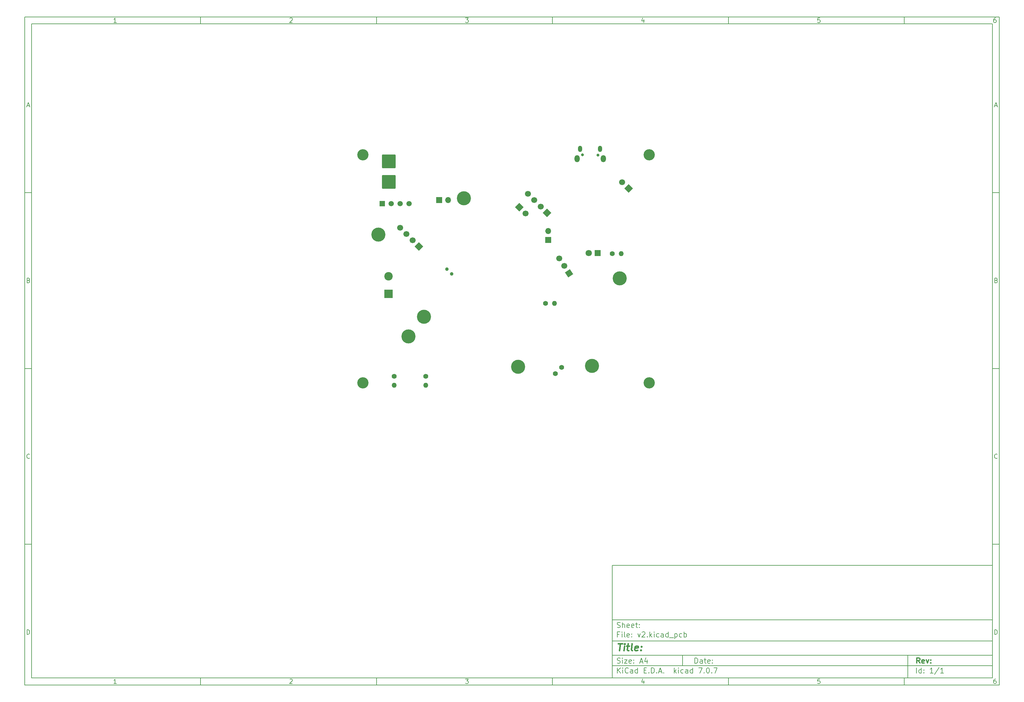
<source format=gbs>
%TF.GenerationSoftware,KiCad,Pcbnew,7.0.7*%
%TF.CreationDate,2024-09-06T13:37:17+03:00*%
%TF.ProjectId,v2,76322e6b-6963-4616-945f-706362585858,rev?*%
%TF.SameCoordinates,Original*%
%TF.FileFunction,Soldermask,Bot*%
%TF.FilePolarity,Negative*%
%FSLAX46Y46*%
G04 Gerber Fmt 4.6, Leading zero omitted, Abs format (unit mm)*
G04 Created by KiCad (PCBNEW 7.0.7) date 2024-09-06 13:37:17*
%MOMM*%
%LPD*%
G01*
G04 APERTURE LIST*
G04 Aperture macros list*
%AMRoundRect*
0 Rectangle with rounded corners*
0 $1 Rounding radius*
0 $2 $3 $4 $5 $6 $7 $8 $9 X,Y pos of 4 corners*
0 Add a 4 corners polygon primitive as box body*
4,1,4,$2,$3,$4,$5,$6,$7,$8,$9,$2,$3,0*
0 Add four circle primitives for the rounded corners*
1,1,$1+$1,$2,$3*
1,1,$1+$1,$4,$5*
1,1,$1+$1,$6,$7*
1,1,$1+$1,$8,$9*
0 Add four rect primitives between the rounded corners*
20,1,$1+$1,$2,$3,$4,$5,0*
20,1,$1+$1,$4,$5,$6,$7,0*
20,1,$1+$1,$6,$7,$8,$9,0*
20,1,$1+$1,$8,$9,$2,$3,0*%
%AMHorizOval*
0 Thick line with rounded ends*
0 $1 width*
0 $2 $3 position (X,Y) of the first rounded end (center of the circle)*
0 $4 $5 position (X,Y) of the second rounded end (center of the circle)*
0 Add line between two ends*
20,1,$1,$2,$3,$4,$5,0*
0 Add two circle primitives to create the rounded ends*
1,1,$1,$2,$3*
1,1,$1,$4,$5*%
%AMRotRect*
0 Rectangle, with rotation*
0 The origin of the aperture is its center*
0 $1 length*
0 $2 width*
0 $3 Rotation angle, in degrees counterclockwise*
0 Add horizontal line*
21,1,$1,$2,0,0,$3*%
G04 Aperture macros list end*
%ADD10C,0.100000*%
%ADD11C,0.150000*%
%ADD12C,0.300000*%
%ADD13C,0.400000*%
%ADD14RoundRect,0.250002X-1.699998X-1.699998X1.699998X-1.699998X1.699998X1.699998X-1.699998X1.699998X0*%
%ADD15RotRect,1.700000X1.700000X225.000000*%
%ADD16HorizOval,1.700000X0.000000X0.000000X0.000000X0.000000X0*%
%ADD17C,1.400000*%
%ADD18O,1.400000X1.400000*%
%ADD19R,1.700000X1.700000*%
%ADD20O,1.700000X1.700000*%
%ADD21C,4.000000*%
%ADD22RotRect,1.700000X1.700000X214.000000*%
%ADD23HorizOval,1.700000X0.000000X0.000000X0.000000X0.000000X0*%
%ADD24O,0.800000X0.800000*%
%ADD25O,1.450000X2.000000*%
%ADD26O,1.150000X1.800000*%
%ADD27R,1.800000X1.800000*%
%ADD28C,1.800000*%
%ADD29R,2.400000X2.400000*%
%ADD30C,2.400000*%
%ADD31C,3.200000*%
%ADD32HorizOval,1.400000X0.000000X0.000000X0.000000X0.000000X0*%
%ADD33C,1.000000*%
%ADD34RotRect,1.700000X1.700000X45.000000*%
%ADD35HorizOval,1.700000X0.000000X0.000000X0.000000X0.000000X0*%
%ADD36R,1.500000X1.500000*%
%ADD37C,1.500000*%
G04 APERTURE END LIST*
D10*
D11*
X177002200Y-166007200D02*
X285002200Y-166007200D01*
X285002200Y-198007200D01*
X177002200Y-198007200D01*
X177002200Y-166007200D01*
D10*
D11*
X10000000Y-10000000D02*
X287002200Y-10000000D01*
X287002200Y-200007200D01*
X10000000Y-200007200D01*
X10000000Y-10000000D01*
D10*
D11*
X12000000Y-12000000D02*
X285002200Y-12000000D01*
X285002200Y-198007200D01*
X12000000Y-198007200D01*
X12000000Y-12000000D01*
D10*
D11*
X60000000Y-12000000D02*
X60000000Y-10000000D01*
D10*
D11*
X110000000Y-12000000D02*
X110000000Y-10000000D01*
D10*
D11*
X160000000Y-12000000D02*
X160000000Y-10000000D01*
D10*
D11*
X210000000Y-12000000D02*
X210000000Y-10000000D01*
D10*
D11*
X260000000Y-12000000D02*
X260000000Y-10000000D01*
D10*
D11*
X36089160Y-11593604D02*
X35346303Y-11593604D01*
X35717731Y-11593604D02*
X35717731Y-10293604D01*
X35717731Y-10293604D02*
X35593922Y-10479319D01*
X35593922Y-10479319D02*
X35470112Y-10603128D01*
X35470112Y-10603128D02*
X35346303Y-10665033D01*
D10*
D11*
X85346303Y-10417414D02*
X85408207Y-10355509D01*
X85408207Y-10355509D02*
X85532017Y-10293604D01*
X85532017Y-10293604D02*
X85841541Y-10293604D01*
X85841541Y-10293604D02*
X85965350Y-10355509D01*
X85965350Y-10355509D02*
X86027255Y-10417414D01*
X86027255Y-10417414D02*
X86089160Y-10541223D01*
X86089160Y-10541223D02*
X86089160Y-10665033D01*
X86089160Y-10665033D02*
X86027255Y-10850747D01*
X86027255Y-10850747D02*
X85284398Y-11593604D01*
X85284398Y-11593604D02*
X86089160Y-11593604D01*
D10*
D11*
X135284398Y-10293604D02*
X136089160Y-10293604D01*
X136089160Y-10293604D02*
X135655826Y-10788842D01*
X135655826Y-10788842D02*
X135841541Y-10788842D01*
X135841541Y-10788842D02*
X135965350Y-10850747D01*
X135965350Y-10850747D02*
X136027255Y-10912652D01*
X136027255Y-10912652D02*
X136089160Y-11036461D01*
X136089160Y-11036461D02*
X136089160Y-11345985D01*
X136089160Y-11345985D02*
X136027255Y-11469795D01*
X136027255Y-11469795D02*
X135965350Y-11531700D01*
X135965350Y-11531700D02*
X135841541Y-11593604D01*
X135841541Y-11593604D02*
X135470112Y-11593604D01*
X135470112Y-11593604D02*
X135346303Y-11531700D01*
X135346303Y-11531700D02*
X135284398Y-11469795D01*
D10*
D11*
X185965350Y-10726938D02*
X185965350Y-11593604D01*
X185655826Y-10231700D02*
X185346303Y-11160271D01*
X185346303Y-11160271D02*
X186151064Y-11160271D01*
D10*
D11*
X236027255Y-10293604D02*
X235408207Y-10293604D01*
X235408207Y-10293604D02*
X235346303Y-10912652D01*
X235346303Y-10912652D02*
X235408207Y-10850747D01*
X235408207Y-10850747D02*
X235532017Y-10788842D01*
X235532017Y-10788842D02*
X235841541Y-10788842D01*
X235841541Y-10788842D02*
X235965350Y-10850747D01*
X235965350Y-10850747D02*
X236027255Y-10912652D01*
X236027255Y-10912652D02*
X236089160Y-11036461D01*
X236089160Y-11036461D02*
X236089160Y-11345985D01*
X236089160Y-11345985D02*
X236027255Y-11469795D01*
X236027255Y-11469795D02*
X235965350Y-11531700D01*
X235965350Y-11531700D02*
X235841541Y-11593604D01*
X235841541Y-11593604D02*
X235532017Y-11593604D01*
X235532017Y-11593604D02*
X235408207Y-11531700D01*
X235408207Y-11531700D02*
X235346303Y-11469795D01*
D10*
D11*
X285965350Y-10293604D02*
X285717731Y-10293604D01*
X285717731Y-10293604D02*
X285593922Y-10355509D01*
X285593922Y-10355509D02*
X285532017Y-10417414D01*
X285532017Y-10417414D02*
X285408207Y-10603128D01*
X285408207Y-10603128D02*
X285346303Y-10850747D01*
X285346303Y-10850747D02*
X285346303Y-11345985D01*
X285346303Y-11345985D02*
X285408207Y-11469795D01*
X285408207Y-11469795D02*
X285470112Y-11531700D01*
X285470112Y-11531700D02*
X285593922Y-11593604D01*
X285593922Y-11593604D02*
X285841541Y-11593604D01*
X285841541Y-11593604D02*
X285965350Y-11531700D01*
X285965350Y-11531700D02*
X286027255Y-11469795D01*
X286027255Y-11469795D02*
X286089160Y-11345985D01*
X286089160Y-11345985D02*
X286089160Y-11036461D01*
X286089160Y-11036461D02*
X286027255Y-10912652D01*
X286027255Y-10912652D02*
X285965350Y-10850747D01*
X285965350Y-10850747D02*
X285841541Y-10788842D01*
X285841541Y-10788842D02*
X285593922Y-10788842D01*
X285593922Y-10788842D02*
X285470112Y-10850747D01*
X285470112Y-10850747D02*
X285408207Y-10912652D01*
X285408207Y-10912652D02*
X285346303Y-11036461D01*
D10*
D11*
X60000000Y-198007200D02*
X60000000Y-200007200D01*
D10*
D11*
X110000000Y-198007200D02*
X110000000Y-200007200D01*
D10*
D11*
X160000000Y-198007200D02*
X160000000Y-200007200D01*
D10*
D11*
X210000000Y-198007200D02*
X210000000Y-200007200D01*
D10*
D11*
X260000000Y-198007200D02*
X260000000Y-200007200D01*
D10*
D11*
X36089160Y-199600804D02*
X35346303Y-199600804D01*
X35717731Y-199600804D02*
X35717731Y-198300804D01*
X35717731Y-198300804D02*
X35593922Y-198486519D01*
X35593922Y-198486519D02*
X35470112Y-198610328D01*
X35470112Y-198610328D02*
X35346303Y-198672233D01*
D10*
D11*
X85346303Y-198424614D02*
X85408207Y-198362709D01*
X85408207Y-198362709D02*
X85532017Y-198300804D01*
X85532017Y-198300804D02*
X85841541Y-198300804D01*
X85841541Y-198300804D02*
X85965350Y-198362709D01*
X85965350Y-198362709D02*
X86027255Y-198424614D01*
X86027255Y-198424614D02*
X86089160Y-198548423D01*
X86089160Y-198548423D02*
X86089160Y-198672233D01*
X86089160Y-198672233D02*
X86027255Y-198857947D01*
X86027255Y-198857947D02*
X85284398Y-199600804D01*
X85284398Y-199600804D02*
X86089160Y-199600804D01*
D10*
D11*
X135284398Y-198300804D02*
X136089160Y-198300804D01*
X136089160Y-198300804D02*
X135655826Y-198796042D01*
X135655826Y-198796042D02*
X135841541Y-198796042D01*
X135841541Y-198796042D02*
X135965350Y-198857947D01*
X135965350Y-198857947D02*
X136027255Y-198919852D01*
X136027255Y-198919852D02*
X136089160Y-199043661D01*
X136089160Y-199043661D02*
X136089160Y-199353185D01*
X136089160Y-199353185D02*
X136027255Y-199476995D01*
X136027255Y-199476995D02*
X135965350Y-199538900D01*
X135965350Y-199538900D02*
X135841541Y-199600804D01*
X135841541Y-199600804D02*
X135470112Y-199600804D01*
X135470112Y-199600804D02*
X135346303Y-199538900D01*
X135346303Y-199538900D02*
X135284398Y-199476995D01*
D10*
D11*
X185965350Y-198734138D02*
X185965350Y-199600804D01*
X185655826Y-198238900D02*
X185346303Y-199167471D01*
X185346303Y-199167471D02*
X186151064Y-199167471D01*
D10*
D11*
X236027255Y-198300804D02*
X235408207Y-198300804D01*
X235408207Y-198300804D02*
X235346303Y-198919852D01*
X235346303Y-198919852D02*
X235408207Y-198857947D01*
X235408207Y-198857947D02*
X235532017Y-198796042D01*
X235532017Y-198796042D02*
X235841541Y-198796042D01*
X235841541Y-198796042D02*
X235965350Y-198857947D01*
X235965350Y-198857947D02*
X236027255Y-198919852D01*
X236027255Y-198919852D02*
X236089160Y-199043661D01*
X236089160Y-199043661D02*
X236089160Y-199353185D01*
X236089160Y-199353185D02*
X236027255Y-199476995D01*
X236027255Y-199476995D02*
X235965350Y-199538900D01*
X235965350Y-199538900D02*
X235841541Y-199600804D01*
X235841541Y-199600804D02*
X235532017Y-199600804D01*
X235532017Y-199600804D02*
X235408207Y-199538900D01*
X235408207Y-199538900D02*
X235346303Y-199476995D01*
D10*
D11*
X285965350Y-198300804D02*
X285717731Y-198300804D01*
X285717731Y-198300804D02*
X285593922Y-198362709D01*
X285593922Y-198362709D02*
X285532017Y-198424614D01*
X285532017Y-198424614D02*
X285408207Y-198610328D01*
X285408207Y-198610328D02*
X285346303Y-198857947D01*
X285346303Y-198857947D02*
X285346303Y-199353185D01*
X285346303Y-199353185D02*
X285408207Y-199476995D01*
X285408207Y-199476995D02*
X285470112Y-199538900D01*
X285470112Y-199538900D02*
X285593922Y-199600804D01*
X285593922Y-199600804D02*
X285841541Y-199600804D01*
X285841541Y-199600804D02*
X285965350Y-199538900D01*
X285965350Y-199538900D02*
X286027255Y-199476995D01*
X286027255Y-199476995D02*
X286089160Y-199353185D01*
X286089160Y-199353185D02*
X286089160Y-199043661D01*
X286089160Y-199043661D02*
X286027255Y-198919852D01*
X286027255Y-198919852D02*
X285965350Y-198857947D01*
X285965350Y-198857947D02*
X285841541Y-198796042D01*
X285841541Y-198796042D02*
X285593922Y-198796042D01*
X285593922Y-198796042D02*
X285470112Y-198857947D01*
X285470112Y-198857947D02*
X285408207Y-198919852D01*
X285408207Y-198919852D02*
X285346303Y-199043661D01*
D10*
D11*
X10000000Y-60000000D02*
X12000000Y-60000000D01*
D10*
D11*
X10000000Y-110000000D02*
X12000000Y-110000000D01*
D10*
D11*
X10000000Y-160000000D02*
X12000000Y-160000000D01*
D10*
D11*
X10690476Y-35222176D02*
X11309523Y-35222176D01*
X10566666Y-35593604D02*
X10999999Y-34293604D01*
X10999999Y-34293604D02*
X11433333Y-35593604D01*
D10*
D11*
X11092857Y-84912652D02*
X11278571Y-84974557D01*
X11278571Y-84974557D02*
X11340476Y-85036461D01*
X11340476Y-85036461D02*
X11402380Y-85160271D01*
X11402380Y-85160271D02*
X11402380Y-85345985D01*
X11402380Y-85345985D02*
X11340476Y-85469795D01*
X11340476Y-85469795D02*
X11278571Y-85531700D01*
X11278571Y-85531700D02*
X11154761Y-85593604D01*
X11154761Y-85593604D02*
X10659523Y-85593604D01*
X10659523Y-85593604D02*
X10659523Y-84293604D01*
X10659523Y-84293604D02*
X11092857Y-84293604D01*
X11092857Y-84293604D02*
X11216666Y-84355509D01*
X11216666Y-84355509D02*
X11278571Y-84417414D01*
X11278571Y-84417414D02*
X11340476Y-84541223D01*
X11340476Y-84541223D02*
X11340476Y-84665033D01*
X11340476Y-84665033D02*
X11278571Y-84788842D01*
X11278571Y-84788842D02*
X11216666Y-84850747D01*
X11216666Y-84850747D02*
X11092857Y-84912652D01*
X11092857Y-84912652D02*
X10659523Y-84912652D01*
D10*
D11*
X11402380Y-135469795D02*
X11340476Y-135531700D01*
X11340476Y-135531700D02*
X11154761Y-135593604D01*
X11154761Y-135593604D02*
X11030952Y-135593604D01*
X11030952Y-135593604D02*
X10845238Y-135531700D01*
X10845238Y-135531700D02*
X10721428Y-135407890D01*
X10721428Y-135407890D02*
X10659523Y-135284080D01*
X10659523Y-135284080D02*
X10597619Y-135036461D01*
X10597619Y-135036461D02*
X10597619Y-134850747D01*
X10597619Y-134850747D02*
X10659523Y-134603128D01*
X10659523Y-134603128D02*
X10721428Y-134479319D01*
X10721428Y-134479319D02*
X10845238Y-134355509D01*
X10845238Y-134355509D02*
X11030952Y-134293604D01*
X11030952Y-134293604D02*
X11154761Y-134293604D01*
X11154761Y-134293604D02*
X11340476Y-134355509D01*
X11340476Y-134355509D02*
X11402380Y-134417414D01*
D10*
D11*
X10659523Y-185593604D02*
X10659523Y-184293604D01*
X10659523Y-184293604D02*
X10969047Y-184293604D01*
X10969047Y-184293604D02*
X11154761Y-184355509D01*
X11154761Y-184355509D02*
X11278571Y-184479319D01*
X11278571Y-184479319D02*
X11340476Y-184603128D01*
X11340476Y-184603128D02*
X11402380Y-184850747D01*
X11402380Y-184850747D02*
X11402380Y-185036461D01*
X11402380Y-185036461D02*
X11340476Y-185284080D01*
X11340476Y-185284080D02*
X11278571Y-185407890D01*
X11278571Y-185407890D02*
X11154761Y-185531700D01*
X11154761Y-185531700D02*
X10969047Y-185593604D01*
X10969047Y-185593604D02*
X10659523Y-185593604D01*
D10*
D11*
X287002200Y-60000000D02*
X285002200Y-60000000D01*
D10*
D11*
X287002200Y-110000000D02*
X285002200Y-110000000D01*
D10*
D11*
X287002200Y-160000000D02*
X285002200Y-160000000D01*
D10*
D11*
X285692676Y-35222176D02*
X286311723Y-35222176D01*
X285568866Y-35593604D02*
X286002199Y-34293604D01*
X286002199Y-34293604D02*
X286435533Y-35593604D01*
D10*
D11*
X286095057Y-84912652D02*
X286280771Y-84974557D01*
X286280771Y-84974557D02*
X286342676Y-85036461D01*
X286342676Y-85036461D02*
X286404580Y-85160271D01*
X286404580Y-85160271D02*
X286404580Y-85345985D01*
X286404580Y-85345985D02*
X286342676Y-85469795D01*
X286342676Y-85469795D02*
X286280771Y-85531700D01*
X286280771Y-85531700D02*
X286156961Y-85593604D01*
X286156961Y-85593604D02*
X285661723Y-85593604D01*
X285661723Y-85593604D02*
X285661723Y-84293604D01*
X285661723Y-84293604D02*
X286095057Y-84293604D01*
X286095057Y-84293604D02*
X286218866Y-84355509D01*
X286218866Y-84355509D02*
X286280771Y-84417414D01*
X286280771Y-84417414D02*
X286342676Y-84541223D01*
X286342676Y-84541223D02*
X286342676Y-84665033D01*
X286342676Y-84665033D02*
X286280771Y-84788842D01*
X286280771Y-84788842D02*
X286218866Y-84850747D01*
X286218866Y-84850747D02*
X286095057Y-84912652D01*
X286095057Y-84912652D02*
X285661723Y-84912652D01*
D10*
D11*
X286404580Y-135469795D02*
X286342676Y-135531700D01*
X286342676Y-135531700D02*
X286156961Y-135593604D01*
X286156961Y-135593604D02*
X286033152Y-135593604D01*
X286033152Y-135593604D02*
X285847438Y-135531700D01*
X285847438Y-135531700D02*
X285723628Y-135407890D01*
X285723628Y-135407890D02*
X285661723Y-135284080D01*
X285661723Y-135284080D02*
X285599819Y-135036461D01*
X285599819Y-135036461D02*
X285599819Y-134850747D01*
X285599819Y-134850747D02*
X285661723Y-134603128D01*
X285661723Y-134603128D02*
X285723628Y-134479319D01*
X285723628Y-134479319D02*
X285847438Y-134355509D01*
X285847438Y-134355509D02*
X286033152Y-134293604D01*
X286033152Y-134293604D02*
X286156961Y-134293604D01*
X286156961Y-134293604D02*
X286342676Y-134355509D01*
X286342676Y-134355509D02*
X286404580Y-134417414D01*
D10*
D11*
X285661723Y-185593604D02*
X285661723Y-184293604D01*
X285661723Y-184293604D02*
X285971247Y-184293604D01*
X285971247Y-184293604D02*
X286156961Y-184355509D01*
X286156961Y-184355509D02*
X286280771Y-184479319D01*
X286280771Y-184479319D02*
X286342676Y-184603128D01*
X286342676Y-184603128D02*
X286404580Y-184850747D01*
X286404580Y-184850747D02*
X286404580Y-185036461D01*
X286404580Y-185036461D02*
X286342676Y-185284080D01*
X286342676Y-185284080D02*
X286280771Y-185407890D01*
X286280771Y-185407890D02*
X286156961Y-185531700D01*
X286156961Y-185531700D02*
X285971247Y-185593604D01*
X285971247Y-185593604D02*
X285661723Y-185593604D01*
D10*
D11*
X200458026Y-193793328D02*
X200458026Y-192293328D01*
X200458026Y-192293328D02*
X200815169Y-192293328D01*
X200815169Y-192293328D02*
X201029455Y-192364757D01*
X201029455Y-192364757D02*
X201172312Y-192507614D01*
X201172312Y-192507614D02*
X201243741Y-192650471D01*
X201243741Y-192650471D02*
X201315169Y-192936185D01*
X201315169Y-192936185D02*
X201315169Y-193150471D01*
X201315169Y-193150471D02*
X201243741Y-193436185D01*
X201243741Y-193436185D02*
X201172312Y-193579042D01*
X201172312Y-193579042D02*
X201029455Y-193721900D01*
X201029455Y-193721900D02*
X200815169Y-193793328D01*
X200815169Y-193793328D02*
X200458026Y-193793328D01*
X202600884Y-193793328D02*
X202600884Y-193007614D01*
X202600884Y-193007614D02*
X202529455Y-192864757D01*
X202529455Y-192864757D02*
X202386598Y-192793328D01*
X202386598Y-192793328D02*
X202100884Y-192793328D01*
X202100884Y-192793328D02*
X201958026Y-192864757D01*
X202600884Y-193721900D02*
X202458026Y-193793328D01*
X202458026Y-193793328D02*
X202100884Y-193793328D01*
X202100884Y-193793328D02*
X201958026Y-193721900D01*
X201958026Y-193721900D02*
X201886598Y-193579042D01*
X201886598Y-193579042D02*
X201886598Y-193436185D01*
X201886598Y-193436185D02*
X201958026Y-193293328D01*
X201958026Y-193293328D02*
X202100884Y-193221900D01*
X202100884Y-193221900D02*
X202458026Y-193221900D01*
X202458026Y-193221900D02*
X202600884Y-193150471D01*
X203100884Y-192793328D02*
X203672312Y-192793328D01*
X203315169Y-192293328D02*
X203315169Y-193579042D01*
X203315169Y-193579042D02*
X203386598Y-193721900D01*
X203386598Y-193721900D02*
X203529455Y-193793328D01*
X203529455Y-193793328D02*
X203672312Y-193793328D01*
X204743741Y-193721900D02*
X204600884Y-193793328D01*
X204600884Y-193793328D02*
X204315170Y-193793328D01*
X204315170Y-193793328D02*
X204172312Y-193721900D01*
X204172312Y-193721900D02*
X204100884Y-193579042D01*
X204100884Y-193579042D02*
X204100884Y-193007614D01*
X204100884Y-193007614D02*
X204172312Y-192864757D01*
X204172312Y-192864757D02*
X204315170Y-192793328D01*
X204315170Y-192793328D02*
X204600884Y-192793328D01*
X204600884Y-192793328D02*
X204743741Y-192864757D01*
X204743741Y-192864757D02*
X204815170Y-193007614D01*
X204815170Y-193007614D02*
X204815170Y-193150471D01*
X204815170Y-193150471D02*
X204100884Y-193293328D01*
X205458026Y-193650471D02*
X205529455Y-193721900D01*
X205529455Y-193721900D02*
X205458026Y-193793328D01*
X205458026Y-193793328D02*
X205386598Y-193721900D01*
X205386598Y-193721900D02*
X205458026Y-193650471D01*
X205458026Y-193650471D02*
X205458026Y-193793328D01*
X205458026Y-192864757D02*
X205529455Y-192936185D01*
X205529455Y-192936185D02*
X205458026Y-193007614D01*
X205458026Y-193007614D02*
X205386598Y-192936185D01*
X205386598Y-192936185D02*
X205458026Y-192864757D01*
X205458026Y-192864757D02*
X205458026Y-193007614D01*
D10*
D11*
X177002200Y-194507200D02*
X285002200Y-194507200D01*
D10*
D11*
X178458026Y-196593328D02*
X178458026Y-195093328D01*
X179315169Y-196593328D02*
X178672312Y-195736185D01*
X179315169Y-195093328D02*
X178458026Y-195950471D01*
X179958026Y-196593328D02*
X179958026Y-195593328D01*
X179958026Y-195093328D02*
X179886598Y-195164757D01*
X179886598Y-195164757D02*
X179958026Y-195236185D01*
X179958026Y-195236185D02*
X180029455Y-195164757D01*
X180029455Y-195164757D02*
X179958026Y-195093328D01*
X179958026Y-195093328D02*
X179958026Y-195236185D01*
X181529455Y-196450471D02*
X181458027Y-196521900D01*
X181458027Y-196521900D02*
X181243741Y-196593328D01*
X181243741Y-196593328D02*
X181100884Y-196593328D01*
X181100884Y-196593328D02*
X180886598Y-196521900D01*
X180886598Y-196521900D02*
X180743741Y-196379042D01*
X180743741Y-196379042D02*
X180672312Y-196236185D01*
X180672312Y-196236185D02*
X180600884Y-195950471D01*
X180600884Y-195950471D02*
X180600884Y-195736185D01*
X180600884Y-195736185D02*
X180672312Y-195450471D01*
X180672312Y-195450471D02*
X180743741Y-195307614D01*
X180743741Y-195307614D02*
X180886598Y-195164757D01*
X180886598Y-195164757D02*
X181100884Y-195093328D01*
X181100884Y-195093328D02*
X181243741Y-195093328D01*
X181243741Y-195093328D02*
X181458027Y-195164757D01*
X181458027Y-195164757D02*
X181529455Y-195236185D01*
X182815170Y-196593328D02*
X182815170Y-195807614D01*
X182815170Y-195807614D02*
X182743741Y-195664757D01*
X182743741Y-195664757D02*
X182600884Y-195593328D01*
X182600884Y-195593328D02*
X182315170Y-195593328D01*
X182315170Y-195593328D02*
X182172312Y-195664757D01*
X182815170Y-196521900D02*
X182672312Y-196593328D01*
X182672312Y-196593328D02*
X182315170Y-196593328D01*
X182315170Y-196593328D02*
X182172312Y-196521900D01*
X182172312Y-196521900D02*
X182100884Y-196379042D01*
X182100884Y-196379042D02*
X182100884Y-196236185D01*
X182100884Y-196236185D02*
X182172312Y-196093328D01*
X182172312Y-196093328D02*
X182315170Y-196021900D01*
X182315170Y-196021900D02*
X182672312Y-196021900D01*
X182672312Y-196021900D02*
X182815170Y-195950471D01*
X184172313Y-196593328D02*
X184172313Y-195093328D01*
X184172313Y-196521900D02*
X184029455Y-196593328D01*
X184029455Y-196593328D02*
X183743741Y-196593328D01*
X183743741Y-196593328D02*
X183600884Y-196521900D01*
X183600884Y-196521900D02*
X183529455Y-196450471D01*
X183529455Y-196450471D02*
X183458027Y-196307614D01*
X183458027Y-196307614D02*
X183458027Y-195879042D01*
X183458027Y-195879042D02*
X183529455Y-195736185D01*
X183529455Y-195736185D02*
X183600884Y-195664757D01*
X183600884Y-195664757D02*
X183743741Y-195593328D01*
X183743741Y-195593328D02*
X184029455Y-195593328D01*
X184029455Y-195593328D02*
X184172313Y-195664757D01*
X186029455Y-195807614D02*
X186529455Y-195807614D01*
X186743741Y-196593328D02*
X186029455Y-196593328D01*
X186029455Y-196593328D02*
X186029455Y-195093328D01*
X186029455Y-195093328D02*
X186743741Y-195093328D01*
X187386598Y-196450471D02*
X187458027Y-196521900D01*
X187458027Y-196521900D02*
X187386598Y-196593328D01*
X187386598Y-196593328D02*
X187315170Y-196521900D01*
X187315170Y-196521900D02*
X187386598Y-196450471D01*
X187386598Y-196450471D02*
X187386598Y-196593328D01*
X188100884Y-196593328D02*
X188100884Y-195093328D01*
X188100884Y-195093328D02*
X188458027Y-195093328D01*
X188458027Y-195093328D02*
X188672313Y-195164757D01*
X188672313Y-195164757D02*
X188815170Y-195307614D01*
X188815170Y-195307614D02*
X188886599Y-195450471D01*
X188886599Y-195450471D02*
X188958027Y-195736185D01*
X188958027Y-195736185D02*
X188958027Y-195950471D01*
X188958027Y-195950471D02*
X188886599Y-196236185D01*
X188886599Y-196236185D02*
X188815170Y-196379042D01*
X188815170Y-196379042D02*
X188672313Y-196521900D01*
X188672313Y-196521900D02*
X188458027Y-196593328D01*
X188458027Y-196593328D02*
X188100884Y-196593328D01*
X189600884Y-196450471D02*
X189672313Y-196521900D01*
X189672313Y-196521900D02*
X189600884Y-196593328D01*
X189600884Y-196593328D02*
X189529456Y-196521900D01*
X189529456Y-196521900D02*
X189600884Y-196450471D01*
X189600884Y-196450471D02*
X189600884Y-196593328D01*
X190243742Y-196164757D02*
X190958028Y-196164757D01*
X190100885Y-196593328D02*
X190600885Y-195093328D01*
X190600885Y-195093328D02*
X191100885Y-196593328D01*
X191600884Y-196450471D02*
X191672313Y-196521900D01*
X191672313Y-196521900D02*
X191600884Y-196593328D01*
X191600884Y-196593328D02*
X191529456Y-196521900D01*
X191529456Y-196521900D02*
X191600884Y-196450471D01*
X191600884Y-196450471D02*
X191600884Y-196593328D01*
X194600884Y-196593328D02*
X194600884Y-195093328D01*
X194743742Y-196021900D02*
X195172313Y-196593328D01*
X195172313Y-195593328D02*
X194600884Y-196164757D01*
X195815170Y-196593328D02*
X195815170Y-195593328D01*
X195815170Y-195093328D02*
X195743742Y-195164757D01*
X195743742Y-195164757D02*
X195815170Y-195236185D01*
X195815170Y-195236185D02*
X195886599Y-195164757D01*
X195886599Y-195164757D02*
X195815170Y-195093328D01*
X195815170Y-195093328D02*
X195815170Y-195236185D01*
X197172314Y-196521900D02*
X197029456Y-196593328D01*
X197029456Y-196593328D02*
X196743742Y-196593328D01*
X196743742Y-196593328D02*
X196600885Y-196521900D01*
X196600885Y-196521900D02*
X196529456Y-196450471D01*
X196529456Y-196450471D02*
X196458028Y-196307614D01*
X196458028Y-196307614D02*
X196458028Y-195879042D01*
X196458028Y-195879042D02*
X196529456Y-195736185D01*
X196529456Y-195736185D02*
X196600885Y-195664757D01*
X196600885Y-195664757D02*
X196743742Y-195593328D01*
X196743742Y-195593328D02*
X197029456Y-195593328D01*
X197029456Y-195593328D02*
X197172314Y-195664757D01*
X198458028Y-196593328D02*
X198458028Y-195807614D01*
X198458028Y-195807614D02*
X198386599Y-195664757D01*
X198386599Y-195664757D02*
X198243742Y-195593328D01*
X198243742Y-195593328D02*
X197958028Y-195593328D01*
X197958028Y-195593328D02*
X197815170Y-195664757D01*
X198458028Y-196521900D02*
X198315170Y-196593328D01*
X198315170Y-196593328D02*
X197958028Y-196593328D01*
X197958028Y-196593328D02*
X197815170Y-196521900D01*
X197815170Y-196521900D02*
X197743742Y-196379042D01*
X197743742Y-196379042D02*
X197743742Y-196236185D01*
X197743742Y-196236185D02*
X197815170Y-196093328D01*
X197815170Y-196093328D02*
X197958028Y-196021900D01*
X197958028Y-196021900D02*
X198315170Y-196021900D01*
X198315170Y-196021900D02*
X198458028Y-195950471D01*
X199815171Y-196593328D02*
X199815171Y-195093328D01*
X199815171Y-196521900D02*
X199672313Y-196593328D01*
X199672313Y-196593328D02*
X199386599Y-196593328D01*
X199386599Y-196593328D02*
X199243742Y-196521900D01*
X199243742Y-196521900D02*
X199172313Y-196450471D01*
X199172313Y-196450471D02*
X199100885Y-196307614D01*
X199100885Y-196307614D02*
X199100885Y-195879042D01*
X199100885Y-195879042D02*
X199172313Y-195736185D01*
X199172313Y-195736185D02*
X199243742Y-195664757D01*
X199243742Y-195664757D02*
X199386599Y-195593328D01*
X199386599Y-195593328D02*
X199672313Y-195593328D01*
X199672313Y-195593328D02*
X199815171Y-195664757D01*
X201529456Y-195093328D02*
X202529456Y-195093328D01*
X202529456Y-195093328D02*
X201886599Y-196593328D01*
X203100884Y-196450471D02*
X203172313Y-196521900D01*
X203172313Y-196521900D02*
X203100884Y-196593328D01*
X203100884Y-196593328D02*
X203029456Y-196521900D01*
X203029456Y-196521900D02*
X203100884Y-196450471D01*
X203100884Y-196450471D02*
X203100884Y-196593328D01*
X204100885Y-195093328D02*
X204243742Y-195093328D01*
X204243742Y-195093328D02*
X204386599Y-195164757D01*
X204386599Y-195164757D02*
X204458028Y-195236185D01*
X204458028Y-195236185D02*
X204529456Y-195379042D01*
X204529456Y-195379042D02*
X204600885Y-195664757D01*
X204600885Y-195664757D02*
X204600885Y-196021900D01*
X204600885Y-196021900D02*
X204529456Y-196307614D01*
X204529456Y-196307614D02*
X204458028Y-196450471D01*
X204458028Y-196450471D02*
X204386599Y-196521900D01*
X204386599Y-196521900D02*
X204243742Y-196593328D01*
X204243742Y-196593328D02*
X204100885Y-196593328D01*
X204100885Y-196593328D02*
X203958028Y-196521900D01*
X203958028Y-196521900D02*
X203886599Y-196450471D01*
X203886599Y-196450471D02*
X203815170Y-196307614D01*
X203815170Y-196307614D02*
X203743742Y-196021900D01*
X203743742Y-196021900D02*
X203743742Y-195664757D01*
X203743742Y-195664757D02*
X203815170Y-195379042D01*
X203815170Y-195379042D02*
X203886599Y-195236185D01*
X203886599Y-195236185D02*
X203958028Y-195164757D01*
X203958028Y-195164757D02*
X204100885Y-195093328D01*
X205243741Y-196450471D02*
X205315170Y-196521900D01*
X205315170Y-196521900D02*
X205243741Y-196593328D01*
X205243741Y-196593328D02*
X205172313Y-196521900D01*
X205172313Y-196521900D02*
X205243741Y-196450471D01*
X205243741Y-196450471D02*
X205243741Y-196593328D01*
X205815170Y-195093328D02*
X206815170Y-195093328D01*
X206815170Y-195093328D02*
X206172313Y-196593328D01*
D10*
D11*
X177002200Y-191507200D02*
X285002200Y-191507200D01*
D10*
D12*
X264413853Y-193785528D02*
X263913853Y-193071242D01*
X263556710Y-193785528D02*
X263556710Y-192285528D01*
X263556710Y-192285528D02*
X264128139Y-192285528D01*
X264128139Y-192285528D02*
X264270996Y-192356957D01*
X264270996Y-192356957D02*
X264342425Y-192428385D01*
X264342425Y-192428385D02*
X264413853Y-192571242D01*
X264413853Y-192571242D02*
X264413853Y-192785528D01*
X264413853Y-192785528D02*
X264342425Y-192928385D01*
X264342425Y-192928385D02*
X264270996Y-192999814D01*
X264270996Y-192999814D02*
X264128139Y-193071242D01*
X264128139Y-193071242D02*
X263556710Y-193071242D01*
X265628139Y-193714100D02*
X265485282Y-193785528D01*
X265485282Y-193785528D02*
X265199568Y-193785528D01*
X265199568Y-193785528D02*
X265056710Y-193714100D01*
X265056710Y-193714100D02*
X264985282Y-193571242D01*
X264985282Y-193571242D02*
X264985282Y-192999814D01*
X264985282Y-192999814D02*
X265056710Y-192856957D01*
X265056710Y-192856957D02*
X265199568Y-192785528D01*
X265199568Y-192785528D02*
X265485282Y-192785528D01*
X265485282Y-192785528D02*
X265628139Y-192856957D01*
X265628139Y-192856957D02*
X265699568Y-192999814D01*
X265699568Y-192999814D02*
X265699568Y-193142671D01*
X265699568Y-193142671D02*
X264985282Y-193285528D01*
X266199567Y-192785528D02*
X266556710Y-193785528D01*
X266556710Y-193785528D02*
X266913853Y-192785528D01*
X267485281Y-193642671D02*
X267556710Y-193714100D01*
X267556710Y-193714100D02*
X267485281Y-193785528D01*
X267485281Y-193785528D02*
X267413853Y-193714100D01*
X267413853Y-193714100D02*
X267485281Y-193642671D01*
X267485281Y-193642671D02*
X267485281Y-193785528D01*
X267485281Y-192856957D02*
X267556710Y-192928385D01*
X267556710Y-192928385D02*
X267485281Y-192999814D01*
X267485281Y-192999814D02*
X267413853Y-192928385D01*
X267413853Y-192928385D02*
X267485281Y-192856957D01*
X267485281Y-192856957D02*
X267485281Y-192999814D01*
D10*
D11*
X178386598Y-193721900D02*
X178600884Y-193793328D01*
X178600884Y-193793328D02*
X178958026Y-193793328D01*
X178958026Y-193793328D02*
X179100884Y-193721900D01*
X179100884Y-193721900D02*
X179172312Y-193650471D01*
X179172312Y-193650471D02*
X179243741Y-193507614D01*
X179243741Y-193507614D02*
X179243741Y-193364757D01*
X179243741Y-193364757D02*
X179172312Y-193221900D01*
X179172312Y-193221900D02*
X179100884Y-193150471D01*
X179100884Y-193150471D02*
X178958026Y-193079042D01*
X178958026Y-193079042D02*
X178672312Y-193007614D01*
X178672312Y-193007614D02*
X178529455Y-192936185D01*
X178529455Y-192936185D02*
X178458026Y-192864757D01*
X178458026Y-192864757D02*
X178386598Y-192721900D01*
X178386598Y-192721900D02*
X178386598Y-192579042D01*
X178386598Y-192579042D02*
X178458026Y-192436185D01*
X178458026Y-192436185D02*
X178529455Y-192364757D01*
X178529455Y-192364757D02*
X178672312Y-192293328D01*
X178672312Y-192293328D02*
X179029455Y-192293328D01*
X179029455Y-192293328D02*
X179243741Y-192364757D01*
X179886597Y-193793328D02*
X179886597Y-192793328D01*
X179886597Y-192293328D02*
X179815169Y-192364757D01*
X179815169Y-192364757D02*
X179886597Y-192436185D01*
X179886597Y-192436185D02*
X179958026Y-192364757D01*
X179958026Y-192364757D02*
X179886597Y-192293328D01*
X179886597Y-192293328D02*
X179886597Y-192436185D01*
X180458026Y-192793328D02*
X181243741Y-192793328D01*
X181243741Y-192793328D02*
X180458026Y-193793328D01*
X180458026Y-193793328D02*
X181243741Y-193793328D01*
X182386598Y-193721900D02*
X182243741Y-193793328D01*
X182243741Y-193793328D02*
X181958027Y-193793328D01*
X181958027Y-193793328D02*
X181815169Y-193721900D01*
X181815169Y-193721900D02*
X181743741Y-193579042D01*
X181743741Y-193579042D02*
X181743741Y-193007614D01*
X181743741Y-193007614D02*
X181815169Y-192864757D01*
X181815169Y-192864757D02*
X181958027Y-192793328D01*
X181958027Y-192793328D02*
X182243741Y-192793328D01*
X182243741Y-192793328D02*
X182386598Y-192864757D01*
X182386598Y-192864757D02*
X182458027Y-193007614D01*
X182458027Y-193007614D02*
X182458027Y-193150471D01*
X182458027Y-193150471D02*
X181743741Y-193293328D01*
X183100883Y-193650471D02*
X183172312Y-193721900D01*
X183172312Y-193721900D02*
X183100883Y-193793328D01*
X183100883Y-193793328D02*
X183029455Y-193721900D01*
X183029455Y-193721900D02*
X183100883Y-193650471D01*
X183100883Y-193650471D02*
X183100883Y-193793328D01*
X183100883Y-192864757D02*
X183172312Y-192936185D01*
X183172312Y-192936185D02*
X183100883Y-193007614D01*
X183100883Y-193007614D02*
X183029455Y-192936185D01*
X183029455Y-192936185D02*
X183100883Y-192864757D01*
X183100883Y-192864757D02*
X183100883Y-193007614D01*
X184886598Y-193364757D02*
X185600884Y-193364757D01*
X184743741Y-193793328D02*
X185243741Y-192293328D01*
X185243741Y-192293328D02*
X185743741Y-193793328D01*
X186886598Y-192793328D02*
X186886598Y-193793328D01*
X186529455Y-192221900D02*
X186172312Y-193293328D01*
X186172312Y-193293328D02*
X187100883Y-193293328D01*
D10*
D11*
X263458026Y-196593328D02*
X263458026Y-195093328D01*
X264815170Y-196593328D02*
X264815170Y-195093328D01*
X264815170Y-196521900D02*
X264672312Y-196593328D01*
X264672312Y-196593328D02*
X264386598Y-196593328D01*
X264386598Y-196593328D02*
X264243741Y-196521900D01*
X264243741Y-196521900D02*
X264172312Y-196450471D01*
X264172312Y-196450471D02*
X264100884Y-196307614D01*
X264100884Y-196307614D02*
X264100884Y-195879042D01*
X264100884Y-195879042D02*
X264172312Y-195736185D01*
X264172312Y-195736185D02*
X264243741Y-195664757D01*
X264243741Y-195664757D02*
X264386598Y-195593328D01*
X264386598Y-195593328D02*
X264672312Y-195593328D01*
X264672312Y-195593328D02*
X264815170Y-195664757D01*
X265529455Y-196450471D02*
X265600884Y-196521900D01*
X265600884Y-196521900D02*
X265529455Y-196593328D01*
X265529455Y-196593328D02*
X265458027Y-196521900D01*
X265458027Y-196521900D02*
X265529455Y-196450471D01*
X265529455Y-196450471D02*
X265529455Y-196593328D01*
X265529455Y-195664757D02*
X265600884Y-195736185D01*
X265600884Y-195736185D02*
X265529455Y-195807614D01*
X265529455Y-195807614D02*
X265458027Y-195736185D01*
X265458027Y-195736185D02*
X265529455Y-195664757D01*
X265529455Y-195664757D02*
X265529455Y-195807614D01*
X268172313Y-196593328D02*
X267315170Y-196593328D01*
X267743741Y-196593328D02*
X267743741Y-195093328D01*
X267743741Y-195093328D02*
X267600884Y-195307614D01*
X267600884Y-195307614D02*
X267458027Y-195450471D01*
X267458027Y-195450471D02*
X267315170Y-195521900D01*
X269886598Y-195021900D02*
X268600884Y-196950471D01*
X271172313Y-196593328D02*
X270315170Y-196593328D01*
X270743741Y-196593328D02*
X270743741Y-195093328D01*
X270743741Y-195093328D02*
X270600884Y-195307614D01*
X270600884Y-195307614D02*
X270458027Y-195450471D01*
X270458027Y-195450471D02*
X270315170Y-195521900D01*
D10*
D11*
X177002200Y-187507200D02*
X285002200Y-187507200D01*
D10*
D13*
X178693928Y-188211638D02*
X179836785Y-188211638D01*
X179015357Y-190211638D02*
X179265357Y-188211638D01*
X180253452Y-190211638D02*
X180420119Y-188878304D01*
X180503452Y-188211638D02*
X180396309Y-188306876D01*
X180396309Y-188306876D02*
X180479643Y-188402114D01*
X180479643Y-188402114D02*
X180586786Y-188306876D01*
X180586786Y-188306876D02*
X180503452Y-188211638D01*
X180503452Y-188211638D02*
X180479643Y-188402114D01*
X181086786Y-188878304D02*
X181848690Y-188878304D01*
X181455833Y-188211638D02*
X181241548Y-189925923D01*
X181241548Y-189925923D02*
X181312976Y-190116400D01*
X181312976Y-190116400D02*
X181491548Y-190211638D01*
X181491548Y-190211638D02*
X181682024Y-190211638D01*
X182634405Y-190211638D02*
X182455833Y-190116400D01*
X182455833Y-190116400D02*
X182384405Y-189925923D01*
X182384405Y-189925923D02*
X182598690Y-188211638D01*
X184170119Y-190116400D02*
X183967738Y-190211638D01*
X183967738Y-190211638D02*
X183586785Y-190211638D01*
X183586785Y-190211638D02*
X183408214Y-190116400D01*
X183408214Y-190116400D02*
X183336785Y-189925923D01*
X183336785Y-189925923D02*
X183432024Y-189164019D01*
X183432024Y-189164019D02*
X183551071Y-188973542D01*
X183551071Y-188973542D02*
X183753452Y-188878304D01*
X183753452Y-188878304D02*
X184134404Y-188878304D01*
X184134404Y-188878304D02*
X184312976Y-188973542D01*
X184312976Y-188973542D02*
X184384404Y-189164019D01*
X184384404Y-189164019D02*
X184360595Y-189354495D01*
X184360595Y-189354495D02*
X183384404Y-189544971D01*
X185134405Y-190021161D02*
X185217738Y-190116400D01*
X185217738Y-190116400D02*
X185110595Y-190211638D01*
X185110595Y-190211638D02*
X185027262Y-190116400D01*
X185027262Y-190116400D02*
X185134405Y-190021161D01*
X185134405Y-190021161D02*
X185110595Y-190211638D01*
X185265357Y-188973542D02*
X185348690Y-189068780D01*
X185348690Y-189068780D02*
X185241548Y-189164019D01*
X185241548Y-189164019D02*
X185158214Y-189068780D01*
X185158214Y-189068780D02*
X185265357Y-188973542D01*
X185265357Y-188973542D02*
X185241548Y-189164019D01*
D10*
D11*
X178958026Y-185607614D02*
X178458026Y-185607614D01*
X178458026Y-186393328D02*
X178458026Y-184893328D01*
X178458026Y-184893328D02*
X179172312Y-184893328D01*
X179743740Y-186393328D02*
X179743740Y-185393328D01*
X179743740Y-184893328D02*
X179672312Y-184964757D01*
X179672312Y-184964757D02*
X179743740Y-185036185D01*
X179743740Y-185036185D02*
X179815169Y-184964757D01*
X179815169Y-184964757D02*
X179743740Y-184893328D01*
X179743740Y-184893328D02*
X179743740Y-185036185D01*
X180672312Y-186393328D02*
X180529455Y-186321900D01*
X180529455Y-186321900D02*
X180458026Y-186179042D01*
X180458026Y-186179042D02*
X180458026Y-184893328D01*
X181815169Y-186321900D02*
X181672312Y-186393328D01*
X181672312Y-186393328D02*
X181386598Y-186393328D01*
X181386598Y-186393328D02*
X181243740Y-186321900D01*
X181243740Y-186321900D02*
X181172312Y-186179042D01*
X181172312Y-186179042D02*
X181172312Y-185607614D01*
X181172312Y-185607614D02*
X181243740Y-185464757D01*
X181243740Y-185464757D02*
X181386598Y-185393328D01*
X181386598Y-185393328D02*
X181672312Y-185393328D01*
X181672312Y-185393328D02*
X181815169Y-185464757D01*
X181815169Y-185464757D02*
X181886598Y-185607614D01*
X181886598Y-185607614D02*
X181886598Y-185750471D01*
X181886598Y-185750471D02*
X181172312Y-185893328D01*
X182529454Y-186250471D02*
X182600883Y-186321900D01*
X182600883Y-186321900D02*
X182529454Y-186393328D01*
X182529454Y-186393328D02*
X182458026Y-186321900D01*
X182458026Y-186321900D02*
X182529454Y-186250471D01*
X182529454Y-186250471D02*
X182529454Y-186393328D01*
X182529454Y-185464757D02*
X182600883Y-185536185D01*
X182600883Y-185536185D02*
X182529454Y-185607614D01*
X182529454Y-185607614D02*
X182458026Y-185536185D01*
X182458026Y-185536185D02*
X182529454Y-185464757D01*
X182529454Y-185464757D02*
X182529454Y-185607614D01*
X184243740Y-185393328D02*
X184600883Y-186393328D01*
X184600883Y-186393328D02*
X184958026Y-185393328D01*
X185458026Y-185036185D02*
X185529454Y-184964757D01*
X185529454Y-184964757D02*
X185672312Y-184893328D01*
X185672312Y-184893328D02*
X186029454Y-184893328D01*
X186029454Y-184893328D02*
X186172312Y-184964757D01*
X186172312Y-184964757D02*
X186243740Y-185036185D01*
X186243740Y-185036185D02*
X186315169Y-185179042D01*
X186315169Y-185179042D02*
X186315169Y-185321900D01*
X186315169Y-185321900D02*
X186243740Y-185536185D01*
X186243740Y-185536185D02*
X185386597Y-186393328D01*
X185386597Y-186393328D02*
X186315169Y-186393328D01*
X186958025Y-186250471D02*
X187029454Y-186321900D01*
X187029454Y-186321900D02*
X186958025Y-186393328D01*
X186958025Y-186393328D02*
X186886597Y-186321900D01*
X186886597Y-186321900D02*
X186958025Y-186250471D01*
X186958025Y-186250471D02*
X186958025Y-186393328D01*
X187672311Y-186393328D02*
X187672311Y-184893328D01*
X187815169Y-185821900D02*
X188243740Y-186393328D01*
X188243740Y-185393328D02*
X187672311Y-185964757D01*
X188886597Y-186393328D02*
X188886597Y-185393328D01*
X188886597Y-184893328D02*
X188815169Y-184964757D01*
X188815169Y-184964757D02*
X188886597Y-185036185D01*
X188886597Y-185036185D02*
X188958026Y-184964757D01*
X188958026Y-184964757D02*
X188886597Y-184893328D01*
X188886597Y-184893328D02*
X188886597Y-185036185D01*
X190243741Y-186321900D02*
X190100883Y-186393328D01*
X190100883Y-186393328D02*
X189815169Y-186393328D01*
X189815169Y-186393328D02*
X189672312Y-186321900D01*
X189672312Y-186321900D02*
X189600883Y-186250471D01*
X189600883Y-186250471D02*
X189529455Y-186107614D01*
X189529455Y-186107614D02*
X189529455Y-185679042D01*
X189529455Y-185679042D02*
X189600883Y-185536185D01*
X189600883Y-185536185D02*
X189672312Y-185464757D01*
X189672312Y-185464757D02*
X189815169Y-185393328D01*
X189815169Y-185393328D02*
X190100883Y-185393328D01*
X190100883Y-185393328D02*
X190243741Y-185464757D01*
X191529455Y-186393328D02*
X191529455Y-185607614D01*
X191529455Y-185607614D02*
X191458026Y-185464757D01*
X191458026Y-185464757D02*
X191315169Y-185393328D01*
X191315169Y-185393328D02*
X191029455Y-185393328D01*
X191029455Y-185393328D02*
X190886597Y-185464757D01*
X191529455Y-186321900D02*
X191386597Y-186393328D01*
X191386597Y-186393328D02*
X191029455Y-186393328D01*
X191029455Y-186393328D02*
X190886597Y-186321900D01*
X190886597Y-186321900D02*
X190815169Y-186179042D01*
X190815169Y-186179042D02*
X190815169Y-186036185D01*
X190815169Y-186036185D02*
X190886597Y-185893328D01*
X190886597Y-185893328D02*
X191029455Y-185821900D01*
X191029455Y-185821900D02*
X191386597Y-185821900D01*
X191386597Y-185821900D02*
X191529455Y-185750471D01*
X192886598Y-186393328D02*
X192886598Y-184893328D01*
X192886598Y-186321900D02*
X192743740Y-186393328D01*
X192743740Y-186393328D02*
X192458026Y-186393328D01*
X192458026Y-186393328D02*
X192315169Y-186321900D01*
X192315169Y-186321900D02*
X192243740Y-186250471D01*
X192243740Y-186250471D02*
X192172312Y-186107614D01*
X192172312Y-186107614D02*
X192172312Y-185679042D01*
X192172312Y-185679042D02*
X192243740Y-185536185D01*
X192243740Y-185536185D02*
X192315169Y-185464757D01*
X192315169Y-185464757D02*
X192458026Y-185393328D01*
X192458026Y-185393328D02*
X192743740Y-185393328D01*
X192743740Y-185393328D02*
X192886598Y-185464757D01*
X193243741Y-186536185D02*
X194386598Y-186536185D01*
X194743740Y-185393328D02*
X194743740Y-186893328D01*
X194743740Y-185464757D02*
X194886598Y-185393328D01*
X194886598Y-185393328D02*
X195172312Y-185393328D01*
X195172312Y-185393328D02*
X195315169Y-185464757D01*
X195315169Y-185464757D02*
X195386598Y-185536185D01*
X195386598Y-185536185D02*
X195458026Y-185679042D01*
X195458026Y-185679042D02*
X195458026Y-186107614D01*
X195458026Y-186107614D02*
X195386598Y-186250471D01*
X195386598Y-186250471D02*
X195315169Y-186321900D01*
X195315169Y-186321900D02*
X195172312Y-186393328D01*
X195172312Y-186393328D02*
X194886598Y-186393328D01*
X194886598Y-186393328D02*
X194743740Y-186321900D01*
X196743741Y-186321900D02*
X196600883Y-186393328D01*
X196600883Y-186393328D02*
X196315169Y-186393328D01*
X196315169Y-186393328D02*
X196172312Y-186321900D01*
X196172312Y-186321900D02*
X196100883Y-186250471D01*
X196100883Y-186250471D02*
X196029455Y-186107614D01*
X196029455Y-186107614D02*
X196029455Y-185679042D01*
X196029455Y-185679042D02*
X196100883Y-185536185D01*
X196100883Y-185536185D02*
X196172312Y-185464757D01*
X196172312Y-185464757D02*
X196315169Y-185393328D01*
X196315169Y-185393328D02*
X196600883Y-185393328D01*
X196600883Y-185393328D02*
X196743741Y-185464757D01*
X197386597Y-186393328D02*
X197386597Y-184893328D01*
X197386597Y-185464757D02*
X197529455Y-185393328D01*
X197529455Y-185393328D02*
X197815169Y-185393328D01*
X197815169Y-185393328D02*
X197958026Y-185464757D01*
X197958026Y-185464757D02*
X198029455Y-185536185D01*
X198029455Y-185536185D02*
X198100883Y-185679042D01*
X198100883Y-185679042D02*
X198100883Y-186107614D01*
X198100883Y-186107614D02*
X198029455Y-186250471D01*
X198029455Y-186250471D02*
X197958026Y-186321900D01*
X197958026Y-186321900D02*
X197815169Y-186393328D01*
X197815169Y-186393328D02*
X197529455Y-186393328D01*
X197529455Y-186393328D02*
X197386597Y-186321900D01*
D10*
D11*
X177002200Y-181507200D02*
X285002200Y-181507200D01*
D10*
D11*
X178386598Y-183621900D02*
X178600884Y-183693328D01*
X178600884Y-183693328D02*
X178958026Y-183693328D01*
X178958026Y-183693328D02*
X179100884Y-183621900D01*
X179100884Y-183621900D02*
X179172312Y-183550471D01*
X179172312Y-183550471D02*
X179243741Y-183407614D01*
X179243741Y-183407614D02*
X179243741Y-183264757D01*
X179243741Y-183264757D02*
X179172312Y-183121900D01*
X179172312Y-183121900D02*
X179100884Y-183050471D01*
X179100884Y-183050471D02*
X178958026Y-182979042D01*
X178958026Y-182979042D02*
X178672312Y-182907614D01*
X178672312Y-182907614D02*
X178529455Y-182836185D01*
X178529455Y-182836185D02*
X178458026Y-182764757D01*
X178458026Y-182764757D02*
X178386598Y-182621900D01*
X178386598Y-182621900D02*
X178386598Y-182479042D01*
X178386598Y-182479042D02*
X178458026Y-182336185D01*
X178458026Y-182336185D02*
X178529455Y-182264757D01*
X178529455Y-182264757D02*
X178672312Y-182193328D01*
X178672312Y-182193328D02*
X179029455Y-182193328D01*
X179029455Y-182193328D02*
X179243741Y-182264757D01*
X179886597Y-183693328D02*
X179886597Y-182193328D01*
X180529455Y-183693328D02*
X180529455Y-182907614D01*
X180529455Y-182907614D02*
X180458026Y-182764757D01*
X180458026Y-182764757D02*
X180315169Y-182693328D01*
X180315169Y-182693328D02*
X180100883Y-182693328D01*
X180100883Y-182693328D02*
X179958026Y-182764757D01*
X179958026Y-182764757D02*
X179886597Y-182836185D01*
X181815169Y-183621900D02*
X181672312Y-183693328D01*
X181672312Y-183693328D02*
X181386598Y-183693328D01*
X181386598Y-183693328D02*
X181243740Y-183621900D01*
X181243740Y-183621900D02*
X181172312Y-183479042D01*
X181172312Y-183479042D02*
X181172312Y-182907614D01*
X181172312Y-182907614D02*
X181243740Y-182764757D01*
X181243740Y-182764757D02*
X181386598Y-182693328D01*
X181386598Y-182693328D02*
X181672312Y-182693328D01*
X181672312Y-182693328D02*
X181815169Y-182764757D01*
X181815169Y-182764757D02*
X181886598Y-182907614D01*
X181886598Y-182907614D02*
X181886598Y-183050471D01*
X181886598Y-183050471D02*
X181172312Y-183193328D01*
X183100883Y-183621900D02*
X182958026Y-183693328D01*
X182958026Y-183693328D02*
X182672312Y-183693328D01*
X182672312Y-183693328D02*
X182529454Y-183621900D01*
X182529454Y-183621900D02*
X182458026Y-183479042D01*
X182458026Y-183479042D02*
X182458026Y-182907614D01*
X182458026Y-182907614D02*
X182529454Y-182764757D01*
X182529454Y-182764757D02*
X182672312Y-182693328D01*
X182672312Y-182693328D02*
X182958026Y-182693328D01*
X182958026Y-182693328D02*
X183100883Y-182764757D01*
X183100883Y-182764757D02*
X183172312Y-182907614D01*
X183172312Y-182907614D02*
X183172312Y-183050471D01*
X183172312Y-183050471D02*
X182458026Y-183193328D01*
X183600883Y-182693328D02*
X184172311Y-182693328D01*
X183815168Y-182193328D02*
X183815168Y-183479042D01*
X183815168Y-183479042D02*
X183886597Y-183621900D01*
X183886597Y-183621900D02*
X184029454Y-183693328D01*
X184029454Y-183693328D02*
X184172311Y-183693328D01*
X184672311Y-183550471D02*
X184743740Y-183621900D01*
X184743740Y-183621900D02*
X184672311Y-183693328D01*
X184672311Y-183693328D02*
X184600883Y-183621900D01*
X184600883Y-183621900D02*
X184672311Y-183550471D01*
X184672311Y-183550471D02*
X184672311Y-183693328D01*
X184672311Y-182764757D02*
X184743740Y-182836185D01*
X184743740Y-182836185D02*
X184672311Y-182907614D01*
X184672311Y-182907614D02*
X184600883Y-182836185D01*
X184600883Y-182836185D02*
X184672311Y-182764757D01*
X184672311Y-182764757D02*
X184672311Y-182907614D01*
D10*
D12*
D10*
D11*
D10*
D11*
D10*
D11*
D10*
D11*
D10*
D11*
X197002200Y-191507200D02*
X197002200Y-194507200D01*
D10*
D11*
X261002200Y-191507200D02*
X261002200Y-198007200D01*
D14*
%TO.C,J1*%
X113500000Y-51100000D03*
%TD*%
D15*
%TO.C,MISC_I2C1*%
X181600000Y-58800000D03*
D16*
X179803949Y-57003949D03*
%TD*%
D17*
%TO.C,R19*%
X158038000Y-91440000D03*
D18*
X160578000Y-91440000D03*
%TD*%
D19*
%TO.C,SWD1*%
X158750000Y-73411000D03*
D20*
X158750000Y-70871000D03*
%TD*%
D21*
%TO.C,GND3*%
X110490000Y-71882000D03*
%TD*%
D22*
%TO.C,MISC3*%
X164742350Y-82877755D03*
D23*
X163322000Y-80772000D03*
X161901650Y-78666244D03*
%TD*%
D17*
%TO.C,R2*%
X115000000Y-112180000D03*
D18*
X115000000Y-114720000D03*
%TD*%
D15*
%TO.C,MISC2*%
X158419800Y-65709800D03*
D16*
X156623749Y-63913749D03*
X154827698Y-62117698D03*
X153031646Y-60321646D03*
%TD*%
D14*
%TO.C,J2*%
X113500000Y-56900000D03*
%TD*%
D24*
%TO.C,J3*%
X172928200Y-49319800D03*
X168534000Y-49243600D03*
D25*
X174418000Y-50357000D03*
D26*
X173527000Y-47557000D03*
X167877000Y-47557000D03*
D25*
X166968000Y-50357000D03*
%TD*%
D27*
%TO.C,D5*%
X172807000Y-77190600D03*
D28*
X170267000Y-77190600D03*
%TD*%
D21*
%TO.C,GND2*%
X171196000Y-109220000D03*
%TD*%
D17*
%TO.C,R3*%
X124000000Y-112180000D03*
D18*
X124000000Y-114720000D03*
%TD*%
D15*
%TO.C,MISC1*%
X122067006Y-75331006D03*
D16*
X120270955Y-73534955D03*
X118474904Y-71738904D03*
X116678852Y-69942852D03*
%TD*%
D21*
%TO.C,OK1*%
X134800000Y-61600000D03*
%TD*%
%TO.C,CAP1*%
X123444000Y-95250000D03*
%TD*%
%TO.C,GND1*%
X179070000Y-84328000D03*
%TD*%
D29*
%TO.C,C9*%
X113360200Y-88773000D03*
D30*
X113360200Y-83773000D03*
%TD*%
D31*
%TO.C,H2*%
X187500000Y-49200000D03*
%TD*%
%TO.C,H3*%
X106100000Y-49200000D03*
%TD*%
D17*
%TO.C,R21*%
X160782930Y-111454271D03*
D32*
X162578981Y-109658220D03*
%TD*%
D21*
%TO.C,LORA_VOUT1*%
X150200000Y-109500000D03*
%TD*%
D17*
%TO.C,R11*%
X176992200Y-77343000D03*
D18*
X179532200Y-77343000D03*
%TD*%
D19*
%TO.C,UART2*%
X127825000Y-62100000D03*
D20*
X130365000Y-62100000D03*
%TD*%
D31*
%TO.C,H1*%
X106100000Y-114100000D03*
%TD*%
%TO.C,H4*%
X187500000Y-114100000D03*
%TD*%
D21*
%TO.C,CAP_CHRG1*%
X119049800Y-100838000D03*
%TD*%
D33*
%TO.C,Y1*%
X130028249Y-81728249D03*
X131371752Y-83071752D03*
%TD*%
D34*
%TO.C,UART1*%
X150543381Y-64132581D03*
D35*
X152339432Y-65928632D03*
%TD*%
D36*
%TO.C,U3*%
X111603500Y-63089500D03*
D37*
X114143500Y-63089500D03*
X116683500Y-63089500D03*
X119223500Y-63089500D03*
%TD*%
M02*

</source>
